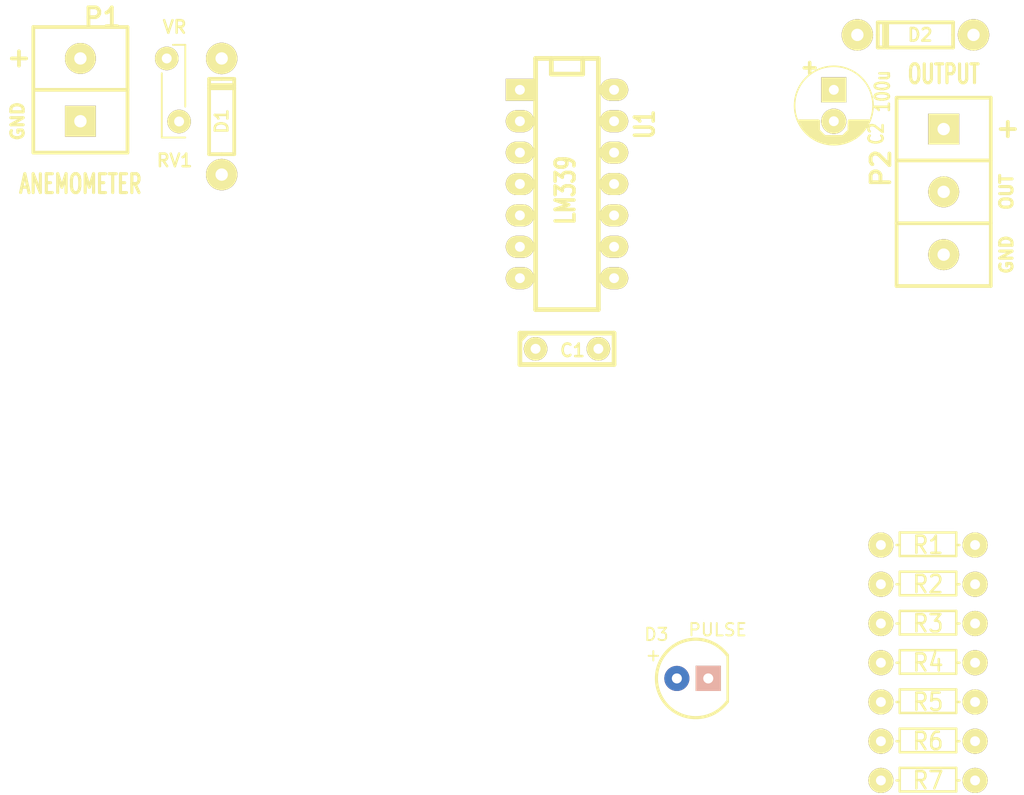
<source format=kicad_pcb>
(kicad_pcb (version 4) (host pcbnew 4.0.5)

  (general
    (links 27)
    (no_connects 27)
    (area 0 0 0 0)
    (thickness 1.6)
    (drawings 0)
    (tracks 0)
    (zones 0)
    (modules 16)
    (nets 10)
  )

  (page A4)
  (layers
    (0 F.Cu signal)
    (31 B.Cu signal)
    (32 B.Adhes user)
    (33 F.Adhes user)
    (34 B.Paste user)
    (35 F.Paste user)
    (36 B.SilkS user)
    (37 F.SilkS user)
    (38 B.Mask user)
    (39 F.Mask user)
    (40 Dwgs.User user)
    (41 Cmts.User user)
    (42 Eco1.User user)
    (43 Eco2.User user)
    (44 Edge.Cuts user)
    (45 Margin user)
    (46 B.CrtYd user)
    (47 F.CrtYd user)
    (48 B.Fab user)
    (49 F.Fab user)
  )

  (setup
    (last_trace_width 0.25)
    (trace_clearance 0.2)
    (zone_clearance 0.508)
    (zone_45_only no)
    (trace_min 0.2)
    (segment_width 0.2)
    (edge_width 0.15)
    (via_size 0.6)
    (via_drill 0.4)
    (via_min_size 0.4)
    (via_min_drill 0.3)
    (uvia_size 0.3)
    (uvia_drill 0.1)
    (uvias_allowed no)
    (uvia_min_size 0.2)
    (uvia_min_drill 0.1)
    (pcb_text_width 0.3)
    (pcb_text_size 1.5 1.5)
    (mod_edge_width 0.15)
    (mod_text_size 1 1)
    (mod_text_width 0.15)
    (pad_size 1.524 1.524)
    (pad_drill 0.762)
    (pad_to_mask_clearance 0.2)
    (aux_axis_origin 0 0)
    (visible_elements FFFFFF7F)
    (pcbplotparams
      (layerselection 0x00030_80000001)
      (usegerberextensions false)
      (excludeedgelayer true)
      (linewidth 0.500000)
      (plotframeref false)
      (viasonmask false)
      (mode 1)
      (useauxorigin false)
      (hpglpennumber 1)
      (hpglpenspeed 20)
      (hpglpendiameter 15)
      (hpglpenoverlay 2)
      (psnegative false)
      (psa4output false)
      (plotreference true)
      (plotvalue true)
      (plotinvisibletext false)
      (padsonsilk false)
      (subtractmaskfromsilk false)
      (outputformat 1)
      (mirror false)
      (drillshape 1)
      (scaleselection 1)
      (outputdirectory ""))
  )

  (net 0 "")
  (net 1 "Net-(C1-Pad1)")
  (net 2 GND)
  (net 3 "Net-(D1-Pad1)")
  (net 4 VCC)
  (net 5 "Net-(D3-Pad2)")
  (net 6 "Net-(D3-Pad1)")
  (net 7 "Net-(P1-Pad2)")
  (net 8 "Net-(R4-Pad2)")
  (net 9 "Net-(D2-Pad2)")

  (net_class Default "This is the default net class."
    (clearance 0.2)
    (trace_width 0.25)
    (via_dia 0.6)
    (via_drill 0.4)
    (uvia_dia 0.3)
    (uvia_drill 0.1)
    (add_net GND)
    (add_net "Net-(C1-Pad1)")
    (add_net "Net-(D1-Pad1)")
    (add_net "Net-(D2-Pad2)")
    (add_net "Net-(D3-Pad1)")
    (add_net "Net-(D3-Pad2)")
    (add_net "Net-(P1-Pad2)")
    (add_net "Net-(R4-Pad2)")
    (add_net VCC)
  )

  (module matts_components:C1_wide_lg_pad (layer F.Cu) (tedit 4E38197A) (tstamp 5ABE9EDD)
    (at 142.24 73.025)
    (descr "Condensateur e = 1 pas")
    (tags C)
    (path /5ABE6BE2)
    (fp_text reference C1 (at 1.7145 0.127) (layer F.SilkS)
      (effects (font (size 1.016 1.016) (thickness 0.2032)))
    )
    (fp_text value 22n (at 0 -2.286) (layer F.SilkS) hide
      (effects (font (size 1.016 1.016) (thickness 0.2032)))
    )
    (fp_line (start -2.54 -1.27) (end -2.54 1.27) (layer F.SilkS) (width 0.381))
    (fp_line (start -2.54 1.27) (end 5.08 1.27) (layer F.SilkS) (width 0.381))
    (fp_line (start 5.08 1.27) (end 5.08 -1.27) (layer F.SilkS) (width 0.381))
    (fp_line (start 5.08 -1.27) (end -2.54 -1.27) (layer F.SilkS) (width 0.381))
    (fp_line (start -2.54 -0.635) (end -1.905 -1.27) (layer F.SilkS) (width 0.3048))
    (pad 1 thru_hole circle (at -1.27 0) (size 1.905 1.905) (drill 0.8001) (layers *.Cu *.Mask F.SilkS)
      (net 1 "Net-(C1-Pad1)"))
    (pad 2 thru_hole circle (at 3.81 0) (size 1.905 1.905) (drill 0.8001) (layers *.Cu *.Mask F.SilkS)
      (net 2 GND))
    (model discret/capa_1_pas.wrl
      (at (xyz 0 0 0))
      (scale (xyz 1 1 1))
      (rotate (xyz 0 0 0))
    )
  )

  (module REInnovationFootprint:C_1V7_TH (layer F.Cu) (tedit 57691F09) (tstamp 5ABE9EE3)
    (at 165.1 53.34 270)
    (path /5ABE6C2D)
    (fp_text reference C2 (at 2.286 -3.429 270) (layer F.SilkS)
      (effects (font (size 1.143 0.889) (thickness 0.2032)))
    )
    (fp_text value 100u (at -1.143 -3.937 270) (layer F.SilkS)
      (effects (font (size 1.143 0.889) (thickness 0.2032)))
    )
    (fp_line (start 2.54 -0.762) (end 2.159 -1.143) (layer F.SilkS) (width 0.3))
    (fp_line (start 2.032 1.27) (end 2.54 0.762) (layer F.SilkS) (width 0.3))
    (fp_line (start 1.27 1.27) (end 2.54 1.27) (layer F.SilkS) (width 0.3))
    (fp_line (start 2.032 -1.27) (end 2.667 -1.27) (layer F.SilkS) (width 0.3))
    (fp_line (start 1.27 -1.27) (end 2.286 -1.27) (layer F.SilkS) (width 0.3))
    (fp_line (start 1.27 2.667) (end 2.159 2.159) (layer F.SilkS) (width 0.3))
    (fp_line (start 2.159 2.159) (end 2.794 1.27) (layer F.SilkS) (width 0.3))
    (fp_line (start 2.794 1.27) (end 2.921 0.762) (layer F.SilkS) (width 0.3))
    (fp_line (start 2.921 0.762) (end 3.048 -0.381) (layer F.SilkS) (width 0.3))
    (fp_line (start 3.048 -0.381) (end 2.794 -1.143) (layer F.SilkS) (width 0.3))
    (fp_line (start 2.794 -1.143) (end 2.413 -1.778) (layer F.SilkS) (width 0.3))
    (fp_line (start 2.413 -1.778) (end 1.651 -2.54) (layer F.SilkS) (width 0.3))
    (fp_line (start 1.651 -2.54) (end 1.651 -1.778) (layer F.SilkS) (width 0.3))
    (fp_line (start 2.286 1.27) (end 2.286 2.032) (layer F.SilkS) (width 0.3))
    (fp_line (start 2.032 1.27) (end 2.032 2.159) (layer F.SilkS) (width 0.3))
    (fp_line (start 1.778 1.27) (end 1.778 2.413) (layer F.SilkS) (width 0.3))
    (fp_line (start 1.524 1.27) (end 1.524 2.54) (layer F.SilkS) (width 0.3))
    (fp_line (start 2.921 0.635) (end 2.921 -0.762) (layer F.SilkS) (width 0.3))
    (fp_line (start 2.794 -1.27) (end 2.794 1.143) (layer F.SilkS) (width 0.3))
    (fp_line (start 2.286 -1.27) (end 2.286 -2.032) (layer F.SilkS) (width 0.3))
    (fp_line (start 2.54 1.651) (end 2.54 -1.778) (layer F.SilkS) (width 0.3))
    (fp_line (start 2.032 -1.27) (end 2.032 -2.286) (layer F.SilkS) (width 0.3))
    (fp_line (start 1.778 -1.27) (end 1.778 -2.413) (layer F.SilkS) (width 0.3))
    (fp_line (start 1.524 -1.27) (end 1.524 -2.667) (layer F.SilkS) (width 0.3))
    (fp_line (start 1.27 -1.27) (end 1.27 -2.794) (layer F.SilkS) (width 0.3))
    (fp_line (start 1.27 2.794) (end 1.27 1.27) (layer F.SilkS) (width 0.3))
    (fp_text user + (at -3.048 2.032 270) (layer F.SilkS)
      (effects (font (size 1.143 1.143) (thickness 0.28702)))
    )
    (fp_circle (center 0 0) (end 3.175 0) (layer F.SilkS) (width 0.127))
    (pad 1 thru_hole rect (at -1.27 0 270) (size 2.032 2.032) (drill 0.8001) (layers *.Cu *.Mask F.SilkS)
      (net 4 VCC))
    (pad 2 thru_hole circle (at 1.27 0 270) (size 2.032 2.032) (drill 0.8001) (layers *.Cu *.Mask F.SilkS)
      (net 2 GND))
    (model discret/c_vert_c1v7.wrl
      (at (xyz 0 0 0))
      (scale (xyz 1 1 1))
      (rotate (xyz 0 0 0))
    )
  )

  (module REInnovationFootprint:TH_Diode_1 (layer F.Cu) (tedit 5873B2D8) (tstamp 5ABE9EE9)
    (at 115.57 54.61 90)
    (descr "Diode 3 pas")
    (tags "DIODE DEV")
    (path /5ABE73F7)
    (fp_text reference D1 (at 0 0 90) (layer F.SilkS)
      (effects (font (size 1.016 1.016) (thickness 0.2032)))
    )
    (fp_text value 1N914 (at 0 0 90) (layer F.SilkS) hide
      (effects (font (size 1.016 1.016) (thickness 0.2032)))
    )
    (fp_line (start 3.429 0) (end 3.429 -1.016) (layer F.SilkS) (width 0.3048))
    (fp_line (start 3.429 -1.016) (end -2.667 -1.016) (layer F.SilkS) (width 0.3048))
    (fp_line (start -2.667 -1.016) (end -2.667 0) (layer F.SilkS) (width 0.3048))
    (fp_line (start -2.667 0) (end -2.667 1.016) (layer F.SilkS) (width 0.3048))
    (fp_line (start -2.667 1.016) (end 3.429 1.016) (layer F.SilkS) (width 0.3048))
    (fp_line (start 3.429 1.016) (end 3.429 0) (layer F.SilkS) (width 0.3048))
    (fp_line (start 2.921 -1.016) (end 2.921 1.016) (layer F.SilkS) (width 0.3048))
    (fp_line (start 2.667 1.016) (end 2.667 -1.016) (layer F.SilkS) (width 0.3048))
    (pad 1 thru_hole circle (at 5.08 0 90) (size 2.54 2.54) (drill 1.00076) (layers *.Cu *.Mask F.SilkS)
      (net 3 "Net-(D1-Pad1)"))
    (pad 2 thru_hole circle (at -4.318 0 90) (size 2.54 2.54) (drill 1.00076) (layers *.Cu *.Mask F.SilkS)
      (net 2 GND))
    (model discret/diode.wrl
      (at (xyz 0 0 0))
      (scale (xyz 0.3 0.3 0.3))
      (rotate (xyz 0 0 0))
    )
  )

  (module REInnovationFootprint:TH_Diode_1 (layer F.Cu) (tedit 5873B2D8) (tstamp 5ABE9EEF)
    (at 172.085 47.625 180)
    (descr "Diode 3 pas")
    (tags "DIODE DEV")
    (path /5ABE6DC6)
    (fp_text reference D2 (at 0 0 180) (layer F.SilkS)
      (effects (font (size 1.016 1.016) (thickness 0.2032)))
    )
    (fp_text value 1N4001 (at 0 0 180) (layer F.SilkS) hide
      (effects (font (size 1.016 1.016) (thickness 0.2032)))
    )
    (fp_line (start 3.429 0) (end 3.429 -1.016) (layer F.SilkS) (width 0.3048))
    (fp_line (start 3.429 -1.016) (end -2.667 -1.016) (layer F.SilkS) (width 0.3048))
    (fp_line (start -2.667 -1.016) (end -2.667 0) (layer F.SilkS) (width 0.3048))
    (fp_line (start -2.667 0) (end -2.667 1.016) (layer F.SilkS) (width 0.3048))
    (fp_line (start -2.667 1.016) (end 3.429 1.016) (layer F.SilkS) (width 0.3048))
    (fp_line (start 3.429 1.016) (end 3.429 0) (layer F.SilkS) (width 0.3048))
    (fp_line (start 2.921 -1.016) (end 2.921 1.016) (layer F.SilkS) (width 0.3048))
    (fp_line (start 2.667 1.016) (end 2.667 -1.016) (layer F.SilkS) (width 0.3048))
    (pad 1 thru_hole circle (at 5.08 0 180) (size 2.54 2.54) (drill 1.00076) (layers *.Cu *.Mask F.SilkS)
      (net 4 VCC))
    (pad 2 thru_hole circle (at -4.318 0 180) (size 2.54 2.54) (drill 1.00076) (layers *.Cu *.Mask F.SilkS)
      (net 9 "Net-(D2-Pad2)"))
    (model discret/diode.wrl
      (at (xyz 0 0 0))
      (scale (xyz 0.3 0.3 0.3))
      (rotate (xyz 0 0 0))
    )
  )

  (module REInnovationFootprint:TH_LED-5MM_larg_pad (layer F.Cu) (tedit 598DA89B) (tstamp 5ABE9EF5)
    (at 153.67 99.695)
    (descr "LED 5mm - Lead pitch 100mil (2,54mm)")
    (tags "LED led 5mm 5MM 100mil 2,54mm")
    (path /5ABEA7B5)
    (attr virtual)
    (fp_text reference D3 (at -2.921 -3.556) (layer F.SilkS)
      (effects (font (size 1 1) (thickness 0.15)))
    )
    (fp_text value PULSE (at 2.032 -3.937) (layer F.SilkS)
      (effects (font (size 1 1) (thickness 0.15)))
    )
    (fp_text user + (at -3.175 -1.905) (layer F.SilkS)
      (effects (font (size 1 1) (thickness 0.15)))
    )
    (fp_line (start 2.8448 1.905) (end 2.8448 -1.905) (layer F.SilkS) (width 0.2032))
    (fp_arc (start 0.254 0) (end 2.794 1.905) (angle 286.2) (layer F.SilkS) (width 0.254))
    (pad 2 thru_hole circle (at -1.27 0) (size 2.032 2.032) (drill 0.8128) (layers *.Cu *.Mask)
      (net 5 "Net-(D3-Pad2)"))
    (pad 1 thru_hole rect (at 1.27 0) (size 2.032 2.032) (drill 0.8128) (layers *.Cu *.SilkS *.Mask)
      (net 6 "Net-(D3-Pad1)"))
    (model discret/leds/led5_vertical_verde.wrl
      (at (xyz 0 0 0))
      (scale (xyz 1 1 1))
      (rotate (xyz 0 0 0))
    )
  )

  (module REInnovationFootprint:SIL-2_screw_terminal (layer F.Cu) (tedit 5ABEA40B) (tstamp 5ABE9EFB)
    (at 104.14 54.61 90)
    (descr "Connecteurs 2 pins")
    (tags "CONN DEV")
    (path /5ABE6D0B)
    (fp_text reference P1 (at 8.382 1.778 180) (layer F.SilkS)
      (effects (font (thickness 0.3048)))
    )
    (fp_text value ANEMOMETER (at -5.08 0 180) (layer F.SilkS)
      (effects (font (size 1.524 1.016) (thickness 0.254)))
    )
    (fp_line (start -2.54 3.81) (end 7.62 3.81) (layer F.SilkS) (width 0.3))
    (fp_line (start -2.54 -3.81) (end 7.62 -3.81) (layer F.SilkS) (width 0.3))
    (fp_line (start 7.62 3.81) (end 7.62 -3.81) (layer F.SilkS) (width 0.3))
    (fp_line (start 2.54 -3.81) (end 2.54 3.81) (layer F.SilkS) (width 0.3))
    (fp_line (start -2.54 3.81) (end -2.54 -3.81) (layer F.SilkS) (width 0.3))
    (fp_text user GND (at 0 -5.08 270) (layer F.SilkS)
      (effects (font (size 1 1) (thickness 0.25)))
    )
    (fp_text user + (at 5.08 -5.08 90) (layer F.SilkS)
      (effects (font (thickness 0.3048)))
    )
    (pad 1 thru_hole rect (at 0 0 90) (size 2.49936 2.49936) (drill 1.00076) (layers *.Cu *.Mask F.SilkS)
      (net 2 GND))
    (pad 2 thru_hole circle (at 5.08 0 90) (size 2.49936 2.49936) (drill 1.00076) (layers *.Cu *.Mask F.SilkS)
      (net 7 "Net-(P1-Pad2)"))
  )

  (module REInnovationFootprint:SIL-3_screw_terminal (layer F.Cu) (tedit 5ABEA35F) (tstamp 5ABE9F02)
    (at 173.99 55.245 270)
    (descr "Connecteurs 2 pins")
    (tags "CONN DEV")
    (path /5ABE6CA6)
    (fp_text reference P2 (at 3.175 5.08 450) (layer F.SilkS)
      (effects (font (thickness 0.3048)))
    )
    (fp_text value OUTPUT (at -4.445 0 360) (layer F.SilkS)
      (effects (font (size 1.524 1.016) (thickness 0.254)))
    )
    (fp_text user OUT (at 5.08 -5.08 270) (layer F.SilkS)
      (effects (font (size 1 1) (thickness 0.25)))
    )
    (fp_line (start 7.62 -3.81) (end 12.7 -3.81) (layer F.SilkS) (width 0.3))
    (fp_line (start 12.7 -3.81) (end 12.7 3.81) (layer F.SilkS) (width 0.3))
    (fp_line (start 12.7 3.81) (end 7.62 3.81) (layer F.SilkS) (width 0.3))
    (fp_line (start -2.54 3.81) (end 7.62 3.81) (layer F.SilkS) (width 0.3))
    (fp_line (start -2.54 -3.81) (end 7.62 -3.81) (layer F.SilkS) (width 0.3))
    (fp_line (start 7.62 3.81) (end 7.62 -3.81) (layer F.SilkS) (width 0.3))
    (fp_line (start 2.54 -3.81) (end 2.54 3.81) (layer F.SilkS) (width 0.3))
    (fp_line (start -2.54 3.81) (end -2.54 -3.81) (layer F.SilkS) (width 0.3))
    (fp_text user GND (at 10.16 -5.08 450) (layer F.SilkS)
      (effects (font (size 1 1) (thickness 0.25)))
    )
    (fp_text user + (at 0 -5.08 270) (layer F.SilkS)
      (effects (font (thickness 0.3048)))
    )
    (pad 3 thru_hole circle (at 10.16 0 270) (size 2.49936 2.49936) (drill 1.00076) (layers *.Cu *.Mask F.SilkS)
      (net 2 GND))
    (pad 1 thru_hole rect (at 0 0 270) (size 2.49936 2.49936) (drill 1.00076) (layers *.Cu *.Mask F.SilkS)
      (net 9 "Net-(D2-Pad2)"))
    (pad 2 thru_hole circle (at 5.08 0 270) (size 2.49936 2.49936) (drill 1.00076) (layers *.Cu *.Mask F.SilkS)
      (net 5 "Net-(D3-Pad2)"))
  )

  (module REInnovationFootprint:TH_Resistor_1 (layer F.Cu) (tedit 5628F9DC) (tstamp 5ABE9F08)
    (at 172.72 88.9)
    (descr "Resitance 3 pas")
    (tags R)
    (path /5ABE9AAF)
    (autoplace_cost180 10)
    (fp_text reference R1 (at 0 0) (layer F.SilkS)
      (effects (font (size 1.397 1.27) (thickness 0.2032)))
    )
    (fp_text value 4k7 (at 0 0) (layer F.SilkS) hide
      (effects (font (size 1.397 1.27) (thickness 0.2032)))
    )
    (fp_line (start -2.286 0) (end -2.54 0) (layer F.SilkS) (width 0.2))
    (fp_line (start 2.286 0) (end 2.54 0) (layer F.SilkS) (width 0.2))
    (fp_line (start -2.286 -1.016) (end -2.286 0.889) (layer F.SilkS) (width 0.2))
    (fp_line (start -2.286 0.889) (end 2.286 0.889) (layer F.SilkS) (width 0.2))
    (fp_line (start 2.286 0.889) (end 2.286 -1.016) (layer F.SilkS) (width 0.2))
    (fp_line (start 2.286 -1.016) (end -2.286 -1.016) (layer F.SilkS) (width 0.2))
    (pad 1 thru_hole circle (at -3.81 0) (size 2.032 2.032) (drill 0.8001) (layers *.Cu *.Mask F.SilkS)
      (net 3 "Net-(D1-Pad1)"))
    (pad 2 thru_hole circle (at 3.81 0) (size 2.032 2.032) (drill 0.8001) (layers *.Cu *.Mask F.SilkS)
      (net 7 "Net-(P1-Pad2)"))
    (model discret/resistor.wrl
      (at (xyz 0 0 0))
      (scale (xyz 0.3 0.3 0.3))
      (rotate (xyz 0 0 0))
    )
  )

  (module REInnovationFootprint:TH_Resistor_1 (layer F.Cu) (tedit 5628F9DC) (tstamp 5ABE9F0E)
    (at 172.72 92.075)
    (descr "Resitance 3 pas")
    (tags R)
    (path /5ABE6B2A)
    (autoplace_cost180 10)
    (fp_text reference R2 (at 0 0) (layer F.SilkS)
      (effects (font (size 1.397 1.27) (thickness 0.2032)))
    )
    (fp_text value 4k7 (at 0 0) (layer F.SilkS) hide
      (effects (font (size 1.397 1.27) (thickness 0.2032)))
    )
    (fp_line (start -2.286 0) (end -2.54 0) (layer F.SilkS) (width 0.2))
    (fp_line (start 2.286 0) (end 2.54 0) (layer F.SilkS) (width 0.2))
    (fp_line (start -2.286 -1.016) (end -2.286 0.889) (layer F.SilkS) (width 0.2))
    (fp_line (start -2.286 0.889) (end 2.286 0.889) (layer F.SilkS) (width 0.2))
    (fp_line (start 2.286 0.889) (end 2.286 -1.016) (layer F.SilkS) (width 0.2))
    (fp_line (start 2.286 -1.016) (end -2.286 -1.016) (layer F.SilkS) (width 0.2))
    (pad 1 thru_hole circle (at -3.81 0) (size 2.032 2.032) (drill 0.8001) (layers *.Cu *.Mask F.SilkS)
      (net 1 "Net-(C1-Pad1)"))
    (pad 2 thru_hole circle (at 3.81 0) (size 2.032 2.032) (drill 0.8001) (layers *.Cu *.Mask F.SilkS)
      (net 3 "Net-(D1-Pad1)"))
    (model discret/resistor.wrl
      (at (xyz 0 0 0))
      (scale (xyz 0.3 0.3 0.3))
      (rotate (xyz 0 0 0))
    )
  )

  (module REInnovationFootprint:TH_Resistor_1 (layer F.Cu) (tedit 5628F9DC) (tstamp 5ABE9F14)
    (at 172.72 95.25)
    (descr "Resitance 3 pas")
    (tags R)
    (path /5ABEA036)
    (autoplace_cost180 10)
    (fp_text reference R3 (at 0 0) (layer F.SilkS)
      (effects (font (size 1.397 1.27) (thickness 0.2032)))
    )
    (fp_text value 100k (at 0 0) (layer F.SilkS) hide
      (effects (font (size 1.397 1.27) (thickness 0.2032)))
    )
    (fp_line (start -2.286 0) (end -2.54 0) (layer F.SilkS) (width 0.2))
    (fp_line (start 2.286 0) (end 2.54 0) (layer F.SilkS) (width 0.2))
    (fp_line (start -2.286 -1.016) (end -2.286 0.889) (layer F.SilkS) (width 0.2))
    (fp_line (start -2.286 0.889) (end 2.286 0.889) (layer F.SilkS) (width 0.2))
    (fp_line (start 2.286 0.889) (end 2.286 -1.016) (layer F.SilkS) (width 0.2))
    (fp_line (start 2.286 -1.016) (end -2.286 -1.016) (layer F.SilkS) (width 0.2))
    (pad 1 thru_hole circle (at -3.81 0) (size 2.032 2.032) (drill 0.8001) (layers *.Cu *.Mask F.SilkS)
      (net 4 VCC))
    (pad 2 thru_hole circle (at 3.81 0) (size 2.032 2.032) (drill 0.8001) (layers *.Cu *.Mask F.SilkS)
      (net 1 "Net-(C1-Pad1)"))
    (model discret/resistor.wrl
      (at (xyz 0 0 0))
      (scale (xyz 0.3 0.3 0.3))
      (rotate (xyz 0 0 0))
    )
  )

  (module REInnovationFootprint:TH_Resistor_1 (layer F.Cu) (tedit 5628F9DC) (tstamp 5ABE9F1A)
    (at 172.72 98.425)
    (descr "Resitance 3 pas")
    (tags R)
    (path /5ABE69FC)
    (autoplace_cost180 10)
    (fp_text reference R4 (at 0 0) (layer F.SilkS)
      (effects (font (size 1.397 1.27) (thickness 0.2032)))
    )
    (fp_text value 100k (at 0 0) (layer F.SilkS) hide
      (effects (font (size 1.397 1.27) (thickness 0.2032)))
    )
    (fp_line (start -2.286 0) (end -2.54 0) (layer F.SilkS) (width 0.2))
    (fp_line (start 2.286 0) (end 2.54 0) (layer F.SilkS) (width 0.2))
    (fp_line (start -2.286 -1.016) (end -2.286 0.889) (layer F.SilkS) (width 0.2))
    (fp_line (start -2.286 0.889) (end 2.286 0.889) (layer F.SilkS) (width 0.2))
    (fp_line (start 2.286 0.889) (end 2.286 -1.016) (layer F.SilkS) (width 0.2))
    (fp_line (start 2.286 -1.016) (end -2.286 -1.016) (layer F.SilkS) (width 0.2))
    (pad 1 thru_hole circle (at -3.81 0) (size 2.032 2.032) (drill 0.8001) (layers *.Cu *.Mask F.SilkS)
      (net 4 VCC))
    (pad 2 thru_hole circle (at 3.81 0) (size 2.032 2.032) (drill 0.8001) (layers *.Cu *.Mask F.SilkS)
      (net 8 "Net-(R4-Pad2)"))
    (model discret/resistor.wrl
      (at (xyz 0 0 0))
      (scale (xyz 0.3 0.3 0.3))
      (rotate (xyz 0 0 0))
    )
  )

  (module REInnovationFootprint:TH_Resistor_1 (layer F.Cu) (tedit 5628F9DC) (tstamp 5ABE9F20)
    (at 172.72 101.6)
    (descr "Resitance 3 pas")
    (tags R)
    (path /5ABE6B83)
    (autoplace_cost180 10)
    (fp_text reference R5 (at 0 0) (layer F.SilkS)
      (effects (font (size 1.397 1.27) (thickness 0.2032)))
    )
    (fp_text value 10k (at 0 0) (layer F.SilkS) hide
      (effects (font (size 1.397 1.27) (thickness 0.2032)))
    )
    (fp_line (start -2.286 0) (end -2.54 0) (layer F.SilkS) (width 0.2))
    (fp_line (start 2.286 0) (end 2.54 0) (layer F.SilkS) (width 0.2))
    (fp_line (start -2.286 -1.016) (end -2.286 0.889) (layer F.SilkS) (width 0.2))
    (fp_line (start -2.286 0.889) (end 2.286 0.889) (layer F.SilkS) (width 0.2))
    (fp_line (start 2.286 0.889) (end 2.286 -1.016) (layer F.SilkS) (width 0.2))
    (fp_line (start 2.286 -1.016) (end -2.286 -1.016) (layer F.SilkS) (width 0.2))
    (pad 1 thru_hole circle (at -3.81 0) (size 2.032 2.032) (drill 0.8001) (layers *.Cu *.Mask F.SilkS)
      (net 8 "Net-(R4-Pad2)"))
    (pad 2 thru_hole circle (at 3.81 0) (size 2.032 2.032) (drill 0.8001) (layers *.Cu *.Mask F.SilkS)
      (net 2 GND))
    (model discret/resistor.wrl
      (at (xyz 0 0 0))
      (scale (xyz 0.3 0.3 0.3))
      (rotate (xyz 0 0 0))
    )
  )

  (module REInnovationFootprint:TH_Resistor_1 (layer F.Cu) (tedit 5628F9DC) (tstamp 5ABE9F26)
    (at 172.72 104.775)
    (descr "Resitance 3 pas")
    (tags R)
    (path /5ABE6AB1)
    (autoplace_cost180 10)
    (fp_text reference R6 (at 0 0) (layer F.SilkS)
      (effects (font (size 1.397 1.27) (thickness 0.2032)))
    )
    (fp_text value 4M7 (at 0 0) (layer F.SilkS) hide
      (effects (font (size 1.397 1.27) (thickness 0.2032)))
    )
    (fp_line (start -2.286 0) (end -2.54 0) (layer F.SilkS) (width 0.2))
    (fp_line (start 2.286 0) (end 2.54 0) (layer F.SilkS) (width 0.2))
    (fp_line (start -2.286 -1.016) (end -2.286 0.889) (layer F.SilkS) (width 0.2))
    (fp_line (start -2.286 0.889) (end 2.286 0.889) (layer F.SilkS) (width 0.2))
    (fp_line (start 2.286 0.889) (end 2.286 -1.016) (layer F.SilkS) (width 0.2))
    (fp_line (start 2.286 -1.016) (end -2.286 -1.016) (layer F.SilkS) (width 0.2))
    (pad 1 thru_hole circle (at -3.81 0) (size 2.032 2.032) (drill 0.8001) (layers *.Cu *.Mask F.SilkS)
      (net 5 "Net-(D3-Pad2)"))
    (pad 2 thru_hole circle (at 3.81 0) (size 2.032 2.032) (drill 0.8001) (layers *.Cu *.Mask F.SilkS)
      (net 8 "Net-(R4-Pad2)"))
    (model discret/resistor.wrl
      (at (xyz 0 0 0))
      (scale (xyz 0.3 0.3 0.3))
      (rotate (xyz 0 0 0))
    )
  )

  (module REInnovationFootprint:TH_Resistor_1 (layer F.Cu) (tedit 5628F9DC) (tstamp 5ABE9F2C)
    (at 172.72 107.95)
    (descr "Resitance 3 pas")
    (tags R)
    (path /5ABEA82A)
    (autoplace_cost180 10)
    (fp_text reference R7 (at 0 0) (layer F.SilkS)
      (effects (font (size 1.397 1.27) (thickness 0.2032)))
    )
    (fp_text value 1k (at 0 0) (layer F.SilkS) hide
      (effects (font (size 1.397 1.27) (thickness 0.2032)))
    )
    (fp_line (start -2.286 0) (end -2.54 0) (layer F.SilkS) (width 0.2))
    (fp_line (start 2.286 0) (end 2.54 0) (layer F.SilkS) (width 0.2))
    (fp_line (start -2.286 -1.016) (end -2.286 0.889) (layer F.SilkS) (width 0.2))
    (fp_line (start -2.286 0.889) (end 2.286 0.889) (layer F.SilkS) (width 0.2))
    (fp_line (start 2.286 0.889) (end 2.286 -1.016) (layer F.SilkS) (width 0.2))
    (fp_line (start 2.286 -1.016) (end -2.286 -1.016) (layer F.SilkS) (width 0.2))
    (pad 1 thru_hole circle (at -3.81 0) (size 2.032 2.032) (drill 0.8001) (layers *.Cu *.Mask F.SilkS)
      (net 6 "Net-(D3-Pad1)"))
    (pad 2 thru_hole circle (at 3.81 0) (size 2.032 2.032) (drill 0.8001) (layers *.Cu *.Mask F.SilkS)
      (net 2 GND))
    (model discret/resistor.wrl
      (at (xyz 0 0 0))
      (scale (xyz 0.3 0.3 0.3))
      (rotate (xyz 0 0 0))
    )
  )

  (module REInnovationFootprint:DIP-14__300_ELL_lg_pad (layer F.Cu) (tedit 57C96343) (tstamp 5ABE9F3E)
    (at 143.51 59.69 270)
    (descr "14 pins DIL package, elliptical pads")
    (tags DIL)
    (path /5ABE6E6F)
    (fp_text reference U1 (at -4.821 -6.289 450) (layer F.SilkS)
      (effects (font (size 1.524 1.143) (thickness 0.28702)))
    )
    (fp_text value LM339 (at 0.508 0.127 270) (layer F.SilkS)
      (effects (font (size 1.524 1.143) (thickness 0.28575)))
    )
    (fp_line (start -10.16 -2.54) (end 10.16 -2.54) (layer F.SilkS) (width 0.381))
    (fp_line (start 10.16 2.54) (end -10.16 2.54) (layer F.SilkS) (width 0.381))
    (fp_line (start -10.16 2.54) (end -10.16 -2.54) (layer F.SilkS) (width 0.381))
    (fp_line (start -10.16 -1.27) (end -8.89 -1.27) (layer F.SilkS) (width 0.381))
    (fp_line (start -8.89 -1.27) (end -8.89 1.27) (layer F.SilkS) (width 0.381))
    (fp_line (start -8.89 1.27) (end -10.16 1.27) (layer F.SilkS) (width 0.381))
    (fp_line (start 10.16 -2.54) (end 10.16 2.54) (layer F.SilkS) (width 0.381))
    (pad 1 thru_hole rect (at -7.62 3.81 270) (size 1.778 2.286) (drill 0.8) (layers *.Cu *.Mask F.SilkS))
    (pad 2 thru_hole oval (at -5.08 3.81 270) (size 1.778 2.286) (drill 0.8) (layers *.Cu *.Mask F.SilkS)
      (net 5 "Net-(D3-Pad2)"))
    (pad 3 thru_hole oval (at -2.54 3.81 270) (size 1.778 2.286) (drill 0.8) (layers *.Cu *.Mask F.SilkS)
      (net 4 VCC))
    (pad 4 thru_hole oval (at 0 3.81 270) (size 1.778 2.286) (drill 0.8) (layers *.Cu *.Mask F.SilkS)
      (net 1 "Net-(C1-Pad1)"))
    (pad 5 thru_hole oval (at 2.54 3.81 270) (size 1.778 2.286) (drill 0.8) (layers *.Cu *.Mask F.SilkS)
      (net 8 "Net-(R4-Pad2)"))
    (pad 6 thru_hole oval (at 5.08 3.81 270) (size 1.778 2.286) (drill 0.8) (layers *.Cu *.Mask F.SilkS))
    (pad 7 thru_hole oval (at 7.62 3.81 270) (size 1.778 2.286) (drill 0.8) (layers *.Cu *.Mask F.SilkS))
    (pad 8 thru_hole oval (at 7.62 -3.81 270) (size 1.778 2.286) (drill 0.8) (layers *.Cu *.Mask F.SilkS))
    (pad 9 thru_hole oval (at 5.08 -3.81 270) (size 1.778 2.286) (drill 0.8) (layers *.Cu *.Mask F.SilkS))
    (pad 10 thru_hole oval (at 2.54 -3.81 270) (size 1.778 2.286) (drill 0.8) (layers *.Cu *.Mask F.SilkS))
    (pad 11 thru_hole oval (at 0 -3.81 270) (size 1.778 2.286) (drill 0.8) (layers *.Cu *.Mask F.SilkS))
    (pad 12 thru_hole oval (at -2.54 -3.81 270) (size 1.778 2.286) (drill 0.8) (layers *.Cu *.Mask F.SilkS)
      (net 2 GND))
    (pad 13 thru_hole oval (at -5.08 -3.81 270) (size 1.778 2.286) (drill 0.8) (layers *.Cu *.Mask F.SilkS))
    (pad 14 thru_hole oval (at -7.62 -3.81 270) (size 1.778 2.286) (drill 0.8) (layers *.Cu *.Mask F.SilkS))
    (model dil/dil_14.wrl
      (at (xyz 0 0 0))
      (scale (xyz 1 1 1))
      (rotate (xyz 0 0 0))
    )
  )

  (module REInnovationFootprint:TH_MC36188_FUSE (layer F.Cu) (tedit 5ABEA43A) (tstamp 5ABEA334)
    (at 111.125 49.53 270)
    (descr "Condensateur e = 1 pas")
    (tags C)
    (path /5ABEAF0E)
    (fp_text reference RV1 (at 8.255 -0.635 360) (layer F.SilkS)
      (effects (font (size 1.016 1.016) (thickness 0.2032)))
    )
    (fp_text value VR (at -2.54 -0.635 360) (layer F.SilkS)
      (effects (font (size 1.016 1.016) (thickness 0.2032)))
    )
    (fp_line (start -1.1 -1.5) (end -1.1 -0.5) (layer F.SilkS) (width 0.15))
    (fp_line (start 6.4 -1.5) (end 6.4 0.4) (layer F.SilkS) (width 0.15))
    (fp_line (start 6.4 0.4) (end 1.2 0.4) (layer F.SilkS) (width 0.15))
    (fp_line (start -1.1 -1.5) (end 3.9 -1.5) (layer F.SilkS) (width 0.15))
    (pad 1 thru_hole circle (at 0 0 270) (size 1.905 1.905) (drill 0.8) (layers *.Cu *.Mask F.SilkS)
      (net 7 "Net-(P1-Pad2)"))
    (pad 2 thru_hole circle (at 5.1 -1 270) (size 1.905 1.905) (drill 0.8) (layers *.Cu *.Mask F.SilkS)
      (net 2 GND))
    (model discret/capa_1_pas.wrl
      (at (xyz 0 0 0))
      (scale (xyz 1 1 1))
      (rotate (xyz 0 0 0))
    )
  )

)

</source>
